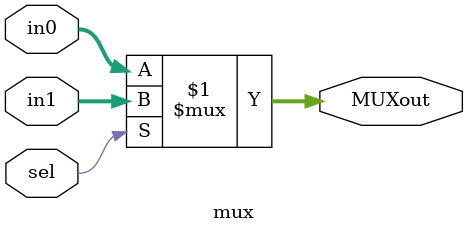
<source format=sv>
module mux #(
    DATA_WIDTH = 32
) (
    input   logic [DATA_WIDTH-1:0]  in0,
    input   logic [DATA_WIDTH-1:0]  in1,
    input   logic                   sel, //ALUsrc
    output  logic [DATA_WIDTH-1:0]  MUXout
);
    assign MUXout = sel ? in1 : in0;

endmodule

</source>
